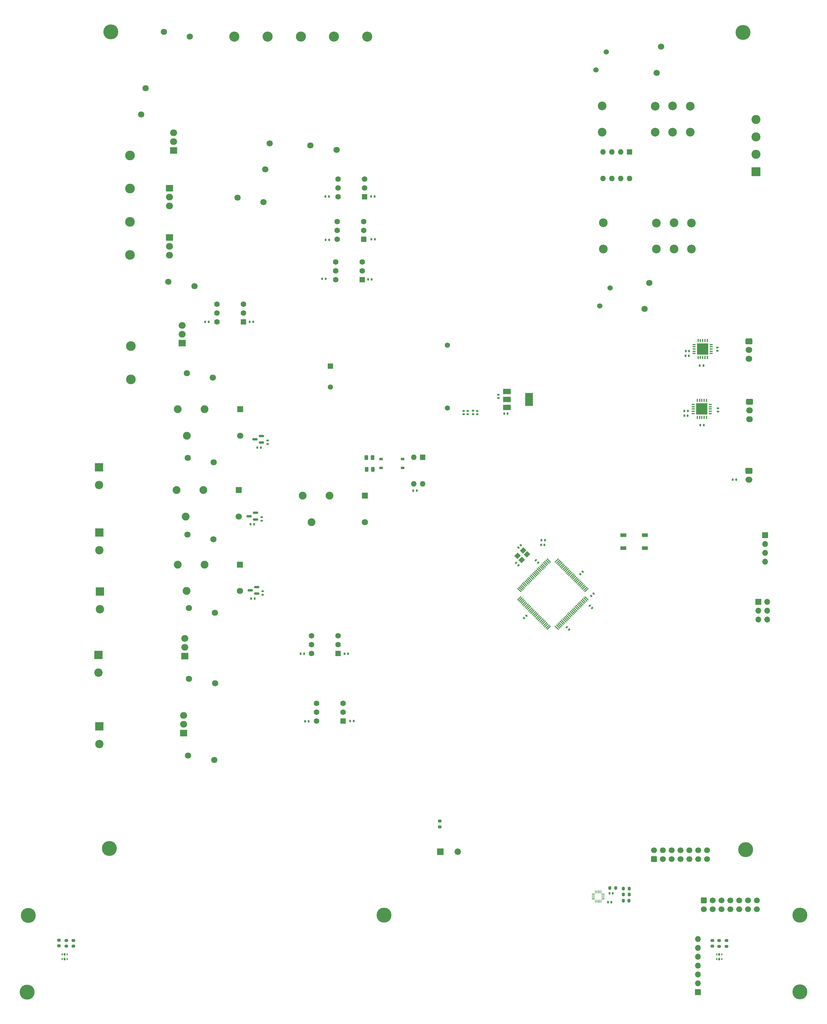
<source format=gbr>
%TF.GenerationSoftware,KiCad,Pcbnew,(6.0.0)*%
%TF.CreationDate,2022-02-02T11:03:40+03:00*%
%TF.ProjectId,Steel_form_Dish_washer,53746565-6c5f-4666-9f72-6d5f44697368,rev?*%
%TF.SameCoordinates,Original*%
%TF.FileFunction,Soldermask,Top*%
%TF.FilePolarity,Negative*%
%FSLAX46Y46*%
G04 Gerber Fmt 4.6, Leading zero omitted, Abs format (unit mm)*
G04 Created by KiCad (PCBNEW (6.0.0)) date 2022-02-02 11:03:40*
%MOMM*%
%LPD*%
G01*
G04 APERTURE LIST*
G04 Aperture macros list*
%AMRoundRect*
0 Rectangle with rounded corners*
0 $1 Rounding radius*
0 $2 $3 $4 $5 $6 $7 $8 $9 X,Y pos of 4 corners*
0 Add a 4 corners polygon primitive as box body*
4,1,4,$2,$3,$4,$5,$6,$7,$8,$9,$2,$3,0*
0 Add four circle primitives for the rounded corners*
1,1,$1+$1,$2,$3*
1,1,$1+$1,$4,$5*
1,1,$1+$1,$6,$7*
1,1,$1+$1,$8,$9*
0 Add four rect primitives between the rounded corners*
20,1,$1+$1,$2,$3,$4,$5,0*
20,1,$1+$1,$4,$5,$6,$7,0*
20,1,$1+$1,$6,$7,$8,$9,0*
20,1,$1+$1,$8,$9,$2,$3,0*%
%AMRotRect*
0 Rectangle, with rotation*
0 The origin of the aperture is its center*
0 $1 length*
0 $2 width*
0 $3 Rotation angle, in degrees counterclockwise*
0 Add horizontal line*
21,1,$1,$2,0,0,$3*%
%AMFreePoly0*
4,1,14,0.354215,0.088284,0.450784,-0.008285,0.462500,-0.036569,0.462500,-0.060000,0.450784,-0.088284,0.422500,-0.100000,-0.422500,-0.100000,-0.450784,-0.088284,-0.462500,-0.060000,-0.462500,0.060000,-0.450784,0.088284,-0.422500,0.100000,0.325931,0.100000,0.354215,0.088284,0.354215,0.088284,$1*%
%AMFreePoly1*
4,1,14,0.450784,0.088284,0.462500,0.060000,0.462500,0.036569,0.450784,0.008285,0.354215,-0.088284,0.325931,-0.100000,-0.422500,-0.100000,-0.450784,-0.088284,-0.462500,-0.060000,-0.462500,0.060000,-0.450784,0.088284,-0.422500,0.100000,0.422500,0.100000,0.450784,0.088284,0.450784,0.088284,$1*%
%AMFreePoly2*
4,1,14,0.088284,0.450784,0.100000,0.422500,0.100000,-0.422500,0.088284,-0.450784,0.060000,-0.462500,-0.060000,-0.462500,-0.088284,-0.450784,-0.100000,-0.422500,-0.100000,0.325931,-0.088284,0.354215,0.008285,0.450784,0.036569,0.462500,0.060000,0.462500,0.088284,0.450784,0.088284,0.450784,$1*%
%AMFreePoly3*
4,1,14,-0.008285,0.450784,0.088284,0.354215,0.100000,0.325931,0.100000,-0.422500,0.088284,-0.450784,0.060000,-0.462500,-0.060000,-0.462500,-0.088284,-0.450784,-0.100000,-0.422500,-0.100000,0.422500,-0.088284,0.450784,-0.060000,0.462500,-0.036569,0.462500,-0.008285,0.450784,-0.008285,0.450784,$1*%
%AMFreePoly4*
4,1,14,0.450784,0.088284,0.462500,0.060000,0.462500,-0.060000,0.450784,-0.088284,0.422500,-0.100000,-0.325931,-0.100000,-0.354215,-0.088284,-0.450784,0.008285,-0.462500,0.036569,-0.462500,0.060000,-0.450784,0.088284,-0.422500,0.100000,0.422500,0.100000,0.450784,0.088284,0.450784,0.088284,$1*%
%AMFreePoly5*
4,1,14,0.450784,0.088284,0.462500,0.060000,0.462500,-0.060000,0.450784,-0.088284,0.422500,-0.100000,-0.422500,-0.100000,-0.450784,-0.088284,-0.462500,-0.060000,-0.462500,-0.036569,-0.450784,-0.008285,-0.354215,0.088284,-0.325931,0.100000,0.422500,0.100000,0.450784,0.088284,0.450784,0.088284,$1*%
%AMFreePoly6*
4,1,14,0.088284,0.450784,0.100000,0.422500,0.100000,-0.325931,0.088284,-0.354215,-0.008285,-0.450784,-0.036569,-0.462500,-0.060000,-0.462500,-0.088284,-0.450784,-0.100000,-0.422500,-0.100000,0.422500,-0.088284,0.450784,-0.060000,0.462500,0.060000,0.462500,0.088284,0.450784,0.088284,0.450784,$1*%
%AMFreePoly7*
4,1,14,0.088284,0.450784,0.100000,0.422500,0.100000,-0.422500,0.088284,-0.450784,0.060000,-0.462500,0.036569,-0.462500,0.008285,-0.450784,-0.088284,-0.354215,-0.100000,-0.325931,-0.100000,0.422500,-0.088284,0.450784,-0.060000,0.462500,0.060000,0.462500,0.088284,0.450784,0.088284,0.450784,$1*%
G04 Aperture macros list end*
%ADD10C,2.500000*%
%ADD11RoundRect,0.150000X0.587500X0.150000X-0.587500X0.150000X-0.587500X-0.150000X0.587500X-0.150000X0*%
%ADD12C,4.300000*%
%ADD13R,2.400000X2.400000*%
%ADD14C,2.400000*%
%ADD15C,1.800000*%
%ADD16R,1.800000X1.800000*%
%ADD17C,2.250000*%
%ADD18RoundRect,0.140000X0.170000X-0.140000X0.170000X0.140000X-0.170000X0.140000X-0.170000X-0.140000X0*%
%ADD19RoundRect,0.140000X0.140000X0.170000X-0.140000X0.170000X-0.140000X-0.170000X0.140000X-0.170000X0*%
%ADD20R,1.700000X1.700000*%
%ADD21O,1.700000X1.700000*%
%ADD22RoundRect,0.135000X-0.135000X-0.185000X0.135000X-0.185000X0.135000X0.185000X-0.135000X0.185000X0*%
%ADD23R,1.600000X1.600000*%
%ADD24C,1.600000*%
%ADD25R,0.400000X0.600000*%
%ADD26R,0.500000X0.700000*%
%ADD27RoundRect,0.140000X-0.219203X-0.021213X-0.021213X-0.219203X0.219203X0.021213X0.021213X0.219203X0*%
%ADD28RoundRect,0.250000X0.600000X-0.600000X0.600000X0.600000X-0.600000X0.600000X-0.600000X-0.600000X0*%
%ADD29C,1.700000*%
%ADD30R,2.000000X1.905000*%
%ADD31O,2.000000X1.905000*%
%ADD32C,2.895000*%
%ADD33RoundRect,0.135000X0.185000X-0.135000X0.185000X0.135000X-0.185000X0.135000X-0.185000X-0.135000X0*%
%ADD34RoundRect,0.200000X-0.275000X0.200000X-0.275000X-0.200000X0.275000X-0.200000X0.275000X0.200000X0*%
%ADD35RoundRect,0.140000X0.021213X-0.219203X0.219203X-0.021213X-0.021213X0.219203X-0.219203X0.021213X0*%
%ADD36RoundRect,0.140000X-0.140000X-0.170000X0.140000X-0.170000X0.140000X0.170000X-0.140000X0.170000X0*%
%ADD37RoundRect,0.250000X-0.262500X-0.450000X0.262500X-0.450000X0.262500X0.450000X-0.262500X0.450000X0*%
%ADD38RoundRect,0.200000X-0.200000X-0.275000X0.200000X-0.275000X0.200000X0.275000X-0.200000X0.275000X0*%
%ADD39RoundRect,0.250000X-0.750000X0.600000X-0.750000X-0.600000X0.750000X-0.600000X0.750000X0.600000X0*%
%ADD40O,2.000000X1.700000*%
%ADD41RoundRect,0.075000X0.415425X0.521491X-0.521491X-0.415425X-0.415425X-0.521491X0.521491X0.415425X0*%
%ADD42RoundRect,0.075000X-0.415425X0.521491X-0.521491X0.415425X0.415425X-0.521491X0.521491X-0.415425X0*%
%ADD43RoundRect,0.200000X0.200000X0.275000X-0.200000X0.275000X-0.200000X-0.275000X0.200000X-0.275000X0*%
%ADD44RoundRect,0.135000X0.135000X0.185000X-0.135000X0.185000X-0.135000X-0.185000X0.135000X-0.185000X0*%
%ADD45R,1.000000X0.800000*%
%ADD46RoundRect,0.140000X-0.021213X0.219203X-0.219203X0.021213X0.021213X-0.219203X0.219203X-0.021213X0*%
%ADD47RoundRect,0.140000X0.219203X0.021213X0.021213X0.219203X-0.219203X-0.021213X-0.021213X-0.219203X0*%
%ADD48C,1.524000*%
%ADD49C,2.781000*%
%ADD50RoundRect,0.012800X0.147200X-0.407200X0.147200X0.407200X-0.147200X0.407200X-0.147200X-0.407200X0*%
%ADD51RoundRect,0.012800X0.407200X-0.147200X0.407200X0.147200X-0.407200X0.147200X-0.407200X-0.147200X0*%
%ADD52R,3.250000X3.250000*%
%ADD53R,1.800000X1.100000*%
%ADD54R,1.500000X1.500000*%
%ADD55C,1.500000*%
%ADD56RoundRect,0.250000X-0.725000X0.600000X-0.725000X-0.600000X0.725000X-0.600000X0.725000X0.600000X0*%
%ADD57O,1.950000X1.700000*%
%ADD58R,2.200000X1.500000*%
%ADD59R,2.200000X3.800000*%
%ADD60R,1.850000X1.850000*%
%ADD61C,1.850000*%
%ADD62O,1.600000X1.600000*%
%ADD63RotRect,1.400000X1.200000X225.000000*%
%ADD64FreePoly0,180.000000*%
%ADD65RoundRect,0.050000X0.412500X0.050000X-0.412500X0.050000X-0.412500X-0.050000X0.412500X-0.050000X0*%
%ADD66FreePoly1,180.000000*%
%ADD67FreePoly2,180.000000*%
%ADD68RoundRect,0.050000X0.050000X0.412500X-0.050000X0.412500X-0.050000X-0.412500X0.050000X-0.412500X0*%
%ADD69FreePoly3,180.000000*%
%ADD70FreePoly4,180.000000*%
%ADD71FreePoly5,180.000000*%
%ADD72FreePoly6,180.000000*%
%ADD73FreePoly7,180.000000*%
%ADD74R,2.600000X2.600000*%
%ADD75C,2.600000*%
%ADD76RoundRect,0.250000X-0.600000X0.600000X-0.600000X-0.600000X0.600000X-0.600000X0.600000X0.600000X0*%
G04 APERTURE END LIST*
D10*
%TO.C,U5*%
X239425000Y-69775000D03*
X234385000Y-69825000D03*
X244465000Y-69875000D03*
X239425000Y-77275000D03*
X234385000Y-77275000D03*
X244465000Y-77275000D03*
X219125000Y-69775000D03*
X219125000Y-77275000D03*
%TD*%
D11*
%TO.C,Q5*%
X121275000Y-166400000D03*
X121275000Y-164500000D03*
X119400000Y-165450000D03*
%TD*%
D12*
%TO.C,H8*%
X54300000Y-302100000D03*
%TD*%
D13*
%TO.C,J11*%
X74650000Y-173500000D03*
D14*
X74650000Y-178580000D03*
%TD*%
D12*
%TO.C,H9*%
X156500000Y-302000000D03*
%TD*%
D15*
%TO.C,RV11*%
X107750000Y-257500000D03*
X100250000Y-256200000D03*
%TD*%
D16*
%TO.C,K2*%
X114812500Y-180000000D03*
D15*
X114812500Y-187600000D03*
D17*
X104612500Y-180000000D03*
X96912500Y-180000000D03*
X99512500Y-187600000D03*
%TD*%
D11*
%TO.C,Q3*%
X119937500Y-209740000D03*
X119937500Y-207840000D03*
X118062500Y-208790000D03*
%TD*%
D18*
%TO.C,C21*%
X183300000Y-158230000D03*
X183300000Y-157270000D03*
%TD*%
D15*
%TO.C,RV5*%
X107500000Y-194100000D03*
X100000000Y-192800000D03*
%TD*%
D19*
%TO.C,C14*%
X244160000Y-140150000D03*
X243200000Y-140150000D03*
%TD*%
D20*
%TO.C,J6*%
X265950000Y-192920000D03*
D21*
X265950000Y-195460000D03*
X265950000Y-198000000D03*
X265950000Y-200540000D03*
%TD*%
D22*
%TO.C,R32*%
X146740000Y-246300000D03*
X147760000Y-246300000D03*
%TD*%
D13*
%TO.C,J15*%
X74500000Y-227300000D03*
D14*
X74500000Y-232380000D03*
%TD*%
D15*
%TO.C,RV2*%
X123700000Y-80500000D03*
X122400000Y-88000000D03*
%TD*%
D23*
%TO.C,U10*%
X150260000Y-119615000D03*
D24*
X150260000Y-117075000D03*
X150260000Y-114535000D03*
X142640000Y-114535000D03*
X142640000Y-117075000D03*
X142640000Y-119615000D03*
%TD*%
D25*
%TO.C,U16*%
X252085000Y-313280000D03*
X252085000Y-314630000D03*
D26*
X252810000Y-313280000D03*
X252810000Y-314630000D03*
D25*
X253535000Y-313280000D03*
X253535000Y-314630000D03*
%TD*%
D22*
%TO.C,R35*%
X132540000Y-226950000D03*
X133560000Y-226950000D03*
%TD*%
D18*
%TO.C,C13*%
X189400000Y-153580000D03*
X189400000Y-152620000D03*
%TD*%
D15*
%TO.C,RV13*%
X234800000Y-60250000D03*
X236100000Y-52750000D03*
%TD*%
%TO.C,RV8*%
X114400000Y-96100000D03*
X121900000Y-97400000D03*
%TD*%
D27*
%TO.C,C9*%
X209010589Y-219410589D03*
X209689411Y-220089411D03*
%TD*%
D28*
%TO.C,J17*%
X234050000Y-285950000D03*
D29*
X234050000Y-283410000D03*
X236590000Y-285950000D03*
X236590000Y-283410000D03*
X239130000Y-285950000D03*
X239130000Y-283410000D03*
X241670000Y-285950000D03*
X241670000Y-283410000D03*
X244210000Y-285950000D03*
X244210000Y-283410000D03*
X246750000Y-285950000D03*
X246750000Y-283410000D03*
X249290000Y-285950000D03*
X249290000Y-283410000D03*
%TD*%
D30*
%TO.C,D6*%
X99300000Y-227640000D03*
D31*
X99300000Y-225100000D03*
X99300000Y-222560000D03*
%TD*%
D32*
%TO.C,J3*%
X113540000Y-49900000D03*
X123070000Y-49900000D03*
X132600000Y-49900000D03*
X142130000Y-49900000D03*
X151660000Y-49900000D03*
%TD*%
D27*
%TO.C,C3*%
X215610589Y-213210589D03*
X216289411Y-213889411D03*
%TD*%
D33*
%TO.C,R20*%
X123037500Y-166760000D03*
X123037500Y-165740000D03*
%TD*%
D22*
%TO.C,R4*%
X256690000Y-177000000D03*
X257710000Y-177000000D03*
%TD*%
D13*
%TO.C,J9*%
X74900000Y-209100000D03*
D14*
X74900000Y-214180000D03*
%TD*%
D34*
%TO.C,R11*%
X65200000Y-309250000D03*
X65200000Y-310900000D03*
%TD*%
D35*
%TO.C,C5*%
X216010589Y-210389411D03*
X216689411Y-209710589D03*
%TD*%
D22*
%TO.C,R29*%
X105090000Y-131700000D03*
X106110000Y-131700000D03*
%TD*%
D36*
%TO.C,C22*%
X221265000Y-295750000D03*
X222225000Y-295750000D03*
%TD*%
D37*
%TO.C,R36*%
X151477500Y-174100000D03*
X153302500Y-174100000D03*
%TD*%
D38*
%TO.C,R14*%
X221375000Y-294250000D03*
X223025000Y-294250000D03*
%TD*%
D39*
%TO.C,J4*%
X261367500Y-174500000D03*
D40*
X261367500Y-177000000D03*
%TD*%
D41*
%TO.C,U1*%
X214653925Y-208717767D03*
X214300372Y-208364214D03*
X213946819Y-208010660D03*
X213593265Y-207657107D03*
X213239712Y-207303553D03*
X212886158Y-206950000D03*
X212532605Y-206596447D03*
X212179052Y-206242893D03*
X211825498Y-205889340D03*
X211471945Y-205535786D03*
X211118391Y-205182233D03*
X210764838Y-204828680D03*
X210411285Y-204475126D03*
X210057731Y-204121573D03*
X209704178Y-203768020D03*
X209350625Y-203414466D03*
X208997071Y-203060913D03*
X208643518Y-202707359D03*
X208289964Y-202353806D03*
X207936411Y-202000253D03*
X207582858Y-201646699D03*
X207229304Y-201293146D03*
X206875751Y-200939592D03*
X206522197Y-200586039D03*
X206168644Y-200232486D03*
D42*
X203817514Y-200232486D03*
X203463961Y-200586039D03*
X203110407Y-200939592D03*
X202756854Y-201293146D03*
X202403300Y-201646699D03*
X202049747Y-202000253D03*
X201696194Y-202353806D03*
X201342640Y-202707359D03*
X200989087Y-203060913D03*
X200635533Y-203414466D03*
X200281980Y-203768020D03*
X199928427Y-204121573D03*
X199574873Y-204475126D03*
X199221320Y-204828680D03*
X198867767Y-205182233D03*
X198514213Y-205535786D03*
X198160660Y-205889340D03*
X197807106Y-206242893D03*
X197453553Y-206596447D03*
X197100000Y-206950000D03*
X196746446Y-207303553D03*
X196392893Y-207657107D03*
X196039339Y-208010660D03*
X195685786Y-208364214D03*
X195332233Y-208717767D03*
D41*
X195332233Y-211068897D03*
X195685786Y-211422450D03*
X196039339Y-211776004D03*
X196392893Y-212129557D03*
X196746446Y-212483111D03*
X197100000Y-212836664D03*
X197453553Y-213190217D03*
X197807106Y-213543771D03*
X198160660Y-213897324D03*
X198514213Y-214250878D03*
X198867767Y-214604431D03*
X199221320Y-214957984D03*
X199574873Y-215311538D03*
X199928427Y-215665091D03*
X200281980Y-216018644D03*
X200635533Y-216372198D03*
X200989087Y-216725751D03*
X201342640Y-217079305D03*
X201696194Y-217432858D03*
X202049747Y-217786411D03*
X202403300Y-218139965D03*
X202756854Y-218493518D03*
X203110407Y-218847072D03*
X203463961Y-219200625D03*
X203817514Y-219554178D03*
D42*
X206168644Y-219554178D03*
X206522197Y-219200625D03*
X206875751Y-218847072D03*
X207229304Y-218493518D03*
X207582858Y-218139965D03*
X207936411Y-217786411D03*
X208289964Y-217432858D03*
X208643518Y-217079305D03*
X208997071Y-216725751D03*
X209350625Y-216372198D03*
X209704178Y-216018644D03*
X210057731Y-215665091D03*
X210411285Y-215311538D03*
X210764838Y-214957984D03*
X211118391Y-214604431D03*
X211471945Y-214250878D03*
X211825498Y-213897324D03*
X212179052Y-213543771D03*
X212532605Y-213190217D03*
X212886158Y-212836664D03*
X213239712Y-212483111D03*
X213593265Y-212129557D03*
X213946819Y-211776004D03*
X214300372Y-211422450D03*
X214653925Y-211068897D03*
%TD*%
D34*
%TO.C,R12*%
X67250000Y-309275000D03*
X67250000Y-310925000D03*
%TD*%
D18*
%TO.C,C16*%
X179350000Y-158230000D03*
X179350000Y-157270000D03*
%TD*%
D15*
%TO.C,RV4*%
X107950000Y-215190000D03*
X100450000Y-213890000D03*
%TD*%
D43*
%TO.C,R9*%
X226925000Y-294400000D03*
X225275000Y-294400000D03*
%TD*%
D19*
%TO.C,C10*%
X191980000Y-158100000D03*
X191020000Y-158100000D03*
%TD*%
D22*
%TO.C,R27*%
X117890000Y-131700000D03*
X118910000Y-131700000D03*
%TD*%
D19*
%TO.C,C4*%
X202610000Y-195750000D03*
X201650000Y-195750000D03*
%TD*%
D15*
%TO.C,RV12*%
X108000000Y-235500000D03*
X100500000Y-234200000D03*
%TD*%
D30*
%TO.C,D3*%
X94900000Y-93420000D03*
D31*
X94900000Y-95960000D03*
X94900000Y-98500000D03*
%TD*%
D22*
%TO.C,R26*%
X151950000Y-119550000D03*
X152970000Y-119550000D03*
%TD*%
D10*
%TO.C,U14*%
X239800000Y-103300000D03*
X234760000Y-103350000D03*
X244840000Y-103400000D03*
X239800000Y-110800000D03*
X234760000Y-110800000D03*
X244840000Y-110800000D03*
X219500000Y-103300000D03*
X219500000Y-110800000D03*
%TD*%
D11*
%TO.C,Q4*%
X119637500Y-188450000D03*
X119637500Y-186550000D03*
X117762500Y-187500000D03*
%TD*%
D44*
%TO.C,R23*%
X121087500Y-167800000D03*
X120067500Y-167800000D03*
%TD*%
D15*
%TO.C,RV9*%
X86750000Y-72200000D03*
X88050000Y-64700000D03*
%TD*%
D45*
%TO.C,D7*%
X155665000Y-171130000D03*
X155665000Y-173670000D03*
X161815000Y-173670000D03*
X161815000Y-171130000D03*
%TD*%
D22*
%TO.C,R25*%
X152830000Y-108070000D03*
X153850000Y-108070000D03*
%TD*%
D34*
%TO.C,R10*%
X63100000Y-309175000D03*
X63100000Y-310825000D03*
%TD*%
D18*
%TO.C,C17*%
X180600000Y-158230000D03*
X180600000Y-157270000D03*
%TD*%
D16*
%TO.C,K3*%
X115172500Y-156800000D03*
D15*
X115172500Y-164400000D03*
D17*
X104972500Y-156800000D03*
X97272500Y-156800000D03*
X99872500Y-164400000D03*
%TD*%
D46*
%TO.C,C1*%
X195778822Y-195845589D03*
X195100000Y-196524411D03*
%TD*%
%TO.C,C8*%
X197400000Y-216100000D03*
X196721178Y-216778822D03*
%TD*%
D22*
%TO.C,R24*%
X152800000Y-95800000D03*
X153820000Y-95800000D03*
%TD*%
D15*
%TO.C,RV14*%
X231400000Y-128050000D03*
X232700000Y-120550000D03*
%TD*%
D30*
%TO.C,D5*%
X98950000Y-249750000D03*
D31*
X98950000Y-247210000D03*
X98950000Y-244670000D03*
%TD*%
D47*
%TO.C,C7*%
X200800000Y-200800000D03*
X200121178Y-200121178D03*
%TD*%
D34*
%TO.C,R6*%
X250850000Y-309275000D03*
X250850000Y-310925000D03*
%TD*%
D12*
%TO.C,H6*%
X276000000Y-302000000D03*
%TD*%
D22*
%TO.C,R1*%
X201690000Y-194400000D03*
X202710000Y-194400000D03*
%TD*%
D15*
%TO.C,RV1*%
X100750000Y-49850000D03*
X93250000Y-48550000D03*
%TD*%
D19*
%TO.C,C18*%
X244080000Y-141450000D03*
X243120000Y-141450000D03*
%TD*%
D16*
%TO.C,K4*%
X151012500Y-181650000D03*
D15*
X151012500Y-189250000D03*
D17*
X140812500Y-181650000D03*
X133112500Y-181650000D03*
X135712500Y-189250000D03*
%TD*%
D35*
%TO.C,C6*%
X212860589Y-204139411D03*
X213539411Y-203460589D03*
%TD*%
D43*
%TO.C,R15*%
X226875000Y-297850000D03*
X225225000Y-297850000D03*
%TD*%
D48*
%TO.C,F2*%
X221450000Y-122000000D03*
X218450000Y-127150000D03*
%TD*%
D18*
%TO.C,C20*%
X182050000Y-158200000D03*
X182050000Y-157240000D03*
%TD*%
D23*
%TO.C,U9*%
X150660000Y-108065000D03*
D24*
X150660000Y-105525000D03*
X150660000Y-102985000D03*
X143040000Y-102985000D03*
X143040000Y-105525000D03*
X143040000Y-108065000D03*
%TD*%
D49*
%TO.C,J13*%
X83750000Y-138725000D03*
X83750000Y-148250000D03*
%TD*%
D43*
%TO.C,R13*%
X226925000Y-296100000D03*
X225275000Y-296100000D03*
%TD*%
D30*
%TO.C,D1*%
X96050000Y-82590000D03*
D31*
X96050000Y-80050000D03*
X96050000Y-77510000D03*
%TD*%
D44*
%TO.C,R22*%
X119150000Y-189800000D03*
X118130000Y-189800000D03*
%TD*%
D23*
%TO.C,U12*%
X143310000Y-226915000D03*
D24*
X143310000Y-224375000D03*
X143310000Y-221835000D03*
X135690000Y-221835000D03*
X135690000Y-224375000D03*
X135690000Y-226915000D03*
%TD*%
D23*
%TO.C,U11*%
X144750000Y-246315000D03*
D24*
X144750000Y-243775000D03*
X144750000Y-241235000D03*
X137130000Y-241235000D03*
X137130000Y-243775000D03*
X137130000Y-246315000D03*
%TD*%
D23*
%TO.C,U8*%
X116160000Y-131715000D03*
D24*
X116160000Y-129175000D03*
X116160000Y-126635000D03*
X108540000Y-126635000D03*
X108540000Y-129175000D03*
X108540000Y-131715000D03*
%TD*%
D22*
%TO.C,R30*%
X139740000Y-108220000D03*
X140760000Y-108220000D03*
%TD*%
D36*
%TO.C,C23*%
X220870000Y-298250000D03*
X221830000Y-298250000D03*
%TD*%
D18*
%TO.C,C11*%
X252300000Y-140030000D03*
X252300000Y-139070000D03*
%TD*%
D50*
%TO.C,U3*%
X246750000Y-141970000D03*
X247400000Y-141970000D03*
X248050000Y-141970000D03*
X248700000Y-141970000D03*
X249350000Y-141970000D03*
D51*
X250485000Y-140835000D03*
X250485000Y-140185000D03*
X250485000Y-139535000D03*
X250485000Y-138885000D03*
X250485000Y-138235000D03*
D50*
X249350000Y-137100000D03*
X248700000Y-137100000D03*
X248050000Y-137100000D03*
X247400000Y-137100000D03*
X246750000Y-137100000D03*
D51*
X245615000Y-138235000D03*
X245615000Y-138885000D03*
X245615000Y-139535000D03*
X245615000Y-140185000D03*
X245615000Y-140835000D03*
D52*
X248050000Y-139535000D03*
%TD*%
D12*
%TO.C,H3*%
X260400000Y-283200000D03*
%TD*%
D15*
%TO.C,RV7*%
X107350000Y-147750000D03*
X99850000Y-146450000D03*
%TD*%
D20*
%TO.C,J5*%
X264025000Y-212125000D03*
D21*
X266565000Y-212125000D03*
X264025000Y-214665000D03*
X266565000Y-214665000D03*
X264025000Y-217205000D03*
X266565000Y-217205000D03*
%TD*%
D37*
%TO.C,R37*%
X151427500Y-170700000D03*
X153252500Y-170700000D03*
%TD*%
D22*
%TO.C,R28*%
X139630000Y-95800000D03*
X140650000Y-95800000D03*
%TD*%
D33*
%TO.C,R18*%
X121650000Y-210060000D03*
X121650000Y-209040000D03*
%TD*%
D23*
%TO.C,U7*%
X150960000Y-95815000D03*
D24*
X150960000Y-93275000D03*
X150960000Y-90735000D03*
X143340000Y-90735000D03*
X143340000Y-93275000D03*
X143340000Y-95815000D03*
%TD*%
D53*
%TO.C,SW1*%
X231450000Y-196650000D03*
X231450000Y-192950000D03*
X225250000Y-192950000D03*
X225250000Y-196650000D03*
%TD*%
D54*
%TO.C,PS1*%
X141100000Y-144470000D03*
D55*
X141100000Y-150470000D03*
X174700000Y-138470000D03*
X174700000Y-156470000D03*
%TD*%
D16*
%TO.C,K1*%
X115112500Y-201390000D03*
D15*
X115112500Y-208990000D03*
D17*
X104912500Y-201390000D03*
X97212500Y-201390000D03*
X99812500Y-208990000D03*
%TD*%
D12*
%TO.C,H4*%
X78000000Y-48500000D03*
%TD*%
D47*
%TO.C,C2*%
X195150000Y-201574411D03*
X194471178Y-200895589D03*
%TD*%
D18*
%TO.C,C12*%
X252450000Y-157480000D03*
X252450000Y-156520000D03*
%TD*%
D34*
%TO.C,R5*%
X172500000Y-275000000D03*
X172500000Y-276650000D03*
%TD*%
D13*
%TO.C,J10*%
X74700000Y-192200000D03*
D14*
X74700000Y-197280000D03*
%TD*%
D22*
%TO.C,R2*%
X247230000Y-144300000D03*
X248250000Y-144300000D03*
%TD*%
D12*
%TO.C,H2*%
X77600000Y-282900000D03*
%TD*%
D25*
%TO.C,U17*%
X64035000Y-313280000D03*
X64035000Y-314630000D03*
D26*
X64760000Y-313280000D03*
X64760000Y-314630000D03*
D25*
X65485000Y-313280000D03*
X65485000Y-314630000D03*
%TD*%
D12*
%TO.C,H1*%
X259650000Y-48700000D03*
%TD*%
D33*
%TO.C,R19*%
X121350000Y-188810000D03*
X121350000Y-187790000D03*
%TD*%
D56*
%TO.C,J1*%
X261367500Y-137300000D03*
D57*
X261367500Y-139800000D03*
X261367500Y-142300000D03*
%TD*%
D49*
%TO.C,J12*%
X83516500Y-83951000D03*
X83516500Y-93476000D03*
X83516500Y-103001000D03*
X83541500Y-112526000D03*
%TD*%
D58*
%TO.C,U2*%
X191850000Y-151700000D03*
X191850000Y-154000000D03*
X191850000Y-156300000D03*
D59*
X198150000Y-154000000D03*
%TD*%
D22*
%TO.C,R3*%
X247340000Y-161400000D03*
X248360000Y-161400000D03*
%TD*%
D19*
%TO.C,C19*%
X243730000Y-158650000D03*
X242770000Y-158650000D03*
%TD*%
D48*
%TO.C,F1*%
X220350000Y-54250000D03*
X217350000Y-59400000D03*
%TD*%
D15*
%TO.C,RV6*%
X107610000Y-172050000D03*
X100110000Y-170750000D03*
%TD*%
D44*
%TO.C,R21*%
X119310000Y-211190000D03*
X118290000Y-211190000D03*
%TD*%
D12*
%TO.C,H5*%
X54000000Y-324100000D03*
%TD*%
D22*
%TO.C,R31*%
X138740000Y-119350000D03*
X139760000Y-119350000D03*
%TD*%
D50*
%TO.C,U4*%
X246500000Y-159170000D03*
X247150000Y-159170000D03*
X247800000Y-159170000D03*
X248450000Y-159170000D03*
X249100000Y-159170000D03*
D51*
X250235000Y-158035000D03*
X250235000Y-157385000D03*
X250235000Y-156735000D03*
X250235000Y-156085000D03*
X250235000Y-155435000D03*
D50*
X249100000Y-154300000D03*
X248450000Y-154300000D03*
X247800000Y-154300000D03*
X247150000Y-154300000D03*
X246500000Y-154300000D03*
D51*
X245365000Y-155435000D03*
X245365000Y-156085000D03*
X245365000Y-156735000D03*
X245365000Y-157385000D03*
X245365000Y-158035000D03*
D52*
X247800000Y-156735000D03*
%TD*%
D60*
%TO.C,BZ1*%
X172700000Y-283800000D03*
D61*
X177700000Y-283800000D03*
%TD*%
D44*
%TO.C,R38*%
X165910000Y-180200000D03*
X164890000Y-180200000D03*
%TD*%
D30*
%TO.C,D2*%
X98495000Y-137840000D03*
D31*
X98495000Y-135300000D03*
X98495000Y-132760000D03*
%TD*%
D15*
%TO.C,RV3*%
X135350000Y-81100000D03*
X142850000Y-82400000D03*
%TD*%
D22*
%TO.C,R34*%
X133790000Y-246350000D03*
X134810000Y-246350000D03*
%TD*%
D23*
%TO.C,U6*%
X227000000Y-83000000D03*
D62*
X224460000Y-83000000D03*
X221920000Y-83000000D03*
X219380000Y-83000000D03*
X219380000Y-90620000D03*
X221920000Y-90620000D03*
X224460000Y-90620000D03*
X227000000Y-90620000D03*
%TD*%
D56*
%TO.C,J2*%
X261467500Y-154650000D03*
D57*
X261467500Y-157150000D03*
X261467500Y-159650000D03*
%TD*%
D63*
%TO.C,Y1*%
X196462132Y-197356497D03*
X194906497Y-198912132D03*
X196037868Y-200043503D03*
X197593503Y-198487868D03*
%TD*%
D15*
%TO.C,RV10*%
X102050000Y-121500000D03*
X94550000Y-120200000D03*
%TD*%
D23*
%TO.C,U13*%
X167565000Y-170600000D03*
D62*
X165025000Y-170600000D03*
X165025000Y-178220000D03*
X167565000Y-178220000D03*
%TD*%
D34*
%TO.C,R8*%
X254900000Y-309300000D03*
X254900000Y-310950000D03*
%TD*%
D12*
%TO.C,H7*%
X276000000Y-324000000D03*
%TD*%
D64*
%TO.C,U18*%
X219418500Y-297468000D03*
D65*
X219418500Y-297068000D03*
X219418500Y-296668000D03*
X219418500Y-296268000D03*
D66*
X219418500Y-295868000D03*
D67*
X218831000Y-295280500D03*
D68*
X218431000Y-295280500D03*
X218031000Y-295280500D03*
X217631000Y-295280500D03*
D69*
X217231000Y-295280500D03*
D70*
X216643500Y-295868000D03*
D65*
X216643500Y-296268000D03*
X216643500Y-296668000D03*
X216643500Y-297068000D03*
D71*
X216643500Y-297468000D03*
D72*
X217231000Y-298055500D03*
D68*
X217631000Y-298055500D03*
X218031000Y-298055500D03*
X218431000Y-298055500D03*
D73*
X218831000Y-298055500D03*
%TD*%
D34*
%TO.C,R7*%
X252750000Y-309325000D03*
X252750000Y-310975000D03*
%TD*%
D30*
%TO.C,D4*%
X94900000Y-107560000D03*
D31*
X94900000Y-110100000D03*
X94900000Y-112640000D03*
%TD*%
D22*
%TO.C,R33*%
X145190000Y-226950000D03*
X146210000Y-226950000D03*
%TD*%
D13*
%TO.C,J14*%
X74700000Y-247850000D03*
D14*
X74700000Y-252930000D03*
%TD*%
D19*
%TO.C,C15*%
X243780000Y-157350000D03*
X242820000Y-157350000D03*
%TD*%
D74*
%TO.C,J7*%
X263355000Y-88650000D03*
D75*
X263355000Y-83650000D03*
X263355000Y-78650000D03*
X263355000Y-73650000D03*
%TD*%
D20*
%TO.C,J16*%
X246700000Y-324100000D03*
D21*
X246700000Y-321560000D03*
X246700000Y-319020000D03*
X246700000Y-316480000D03*
X246700000Y-313940000D03*
X246700000Y-311400000D03*
X246700000Y-308860000D03*
%TD*%
D76*
%TO.C,J18*%
X248400000Y-297800000D03*
D29*
X248400000Y-300340000D03*
X250940000Y-297800000D03*
X250940000Y-300340000D03*
X253480000Y-297800000D03*
X253480000Y-300340000D03*
X256020000Y-297800000D03*
X256020000Y-300340000D03*
X258560000Y-297800000D03*
X258560000Y-300340000D03*
X261100000Y-297800000D03*
X261100000Y-300340000D03*
X263640000Y-297800000D03*
X263640000Y-300340000D03*
%TD*%
M02*

</source>
